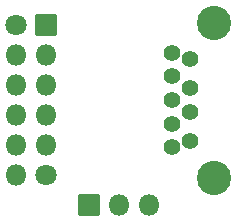
<source format=gbs>
%TF.GenerationSoftware,KiCad,Pcbnew,6.0.11-2627ca5db0~126~ubuntu22.04.1*%
%TF.CreationDate,2023-02-26T23:21:46+01:00*%
%TF.ProjectId,pmod,706d6f64-2e6b-4696-9361-645f70636258,0.7*%
%TF.SameCoordinates,Original*%
%TF.FileFunction,Soldermask,Bot*%
%TF.FilePolarity,Negative*%
%FSLAX46Y46*%
G04 Gerber Fmt 4.6, Leading zero omitted, Abs format (unit mm)*
G04 Created by KiCad (PCBNEW 6.0.11-2627ca5db0~126~ubuntu22.04.1) date 2023-02-26 23:21:46*
%MOMM*%
%LPD*%
G01*
G04 APERTURE LIST*
G04 Aperture macros list*
%AMRoundRect*
0 Rectangle with rounded corners*
0 $1 Rounding radius*
0 $2 $3 $4 $5 $6 $7 $8 $9 X,Y pos of 4 corners*
0 Add a 4 corners polygon primitive as box body*
4,1,4,$2,$3,$4,$5,$6,$7,$8,$9,$2,$3,0*
0 Add four circle primitives for the rounded corners*
1,1,$1+$1,$2,$3*
1,1,$1+$1,$4,$5*
1,1,$1+$1,$6,$7*
1,1,$1+$1,$8,$9*
0 Add four rect primitives between the rounded corners*
20,1,$1+$1,$2,$3,$4,$5,0*
20,1,$1+$1,$4,$5,$6,$7,0*
20,1,$1+$1,$6,$7,$8,$9,0*
20,1,$1+$1,$8,$9,$2,$3,0*%
G04 Aperture macros list end*
%ADD10RoundRect,0.050000X0.850000X0.850000X-0.850000X0.850000X-0.850000X-0.850000X0.850000X-0.850000X0*%
%ADD11O,1.800000X1.800000*%
%ADD12C,1.800000*%
%ADD13C,1.400000*%
%ADD14C,2.900000*%
%ADD15RoundRect,0.050000X0.850000X-0.850000X0.850000X0.850000X-0.850000X0.850000X-0.850000X-0.850000X0*%
G04 APERTURE END LIST*
D10*
%TO.C,J1*%
X143212400Y-68795480D03*
D11*
X143212400Y-71335480D03*
X143212400Y-73875480D03*
X143212400Y-76415480D03*
X143212400Y-78955480D03*
D12*
X143212400Y-81495480D03*
X140672400Y-68795480D03*
D11*
X140672400Y-71335480D03*
X140672400Y-73875480D03*
X140672400Y-76415480D03*
X140672400Y-78955480D03*
X140672400Y-81495480D03*
%TD*%
D13*
%TO.C,J2*%
X155383000Y-78615000D03*
X155383000Y-76115000D03*
X155383000Y-74115000D03*
X155383000Y-71615000D03*
X153883000Y-71115000D03*
X153883000Y-73115000D03*
X153883000Y-75115000D03*
X153883000Y-77115000D03*
X153883000Y-79115000D03*
D14*
X157383000Y-81685000D03*
X157383000Y-68545000D03*
%TD*%
D15*
%TO.C,JP1*%
X146870000Y-84005000D03*
D11*
X149410000Y-84005000D03*
X151950000Y-84005000D03*
%TD*%
M02*

</source>
